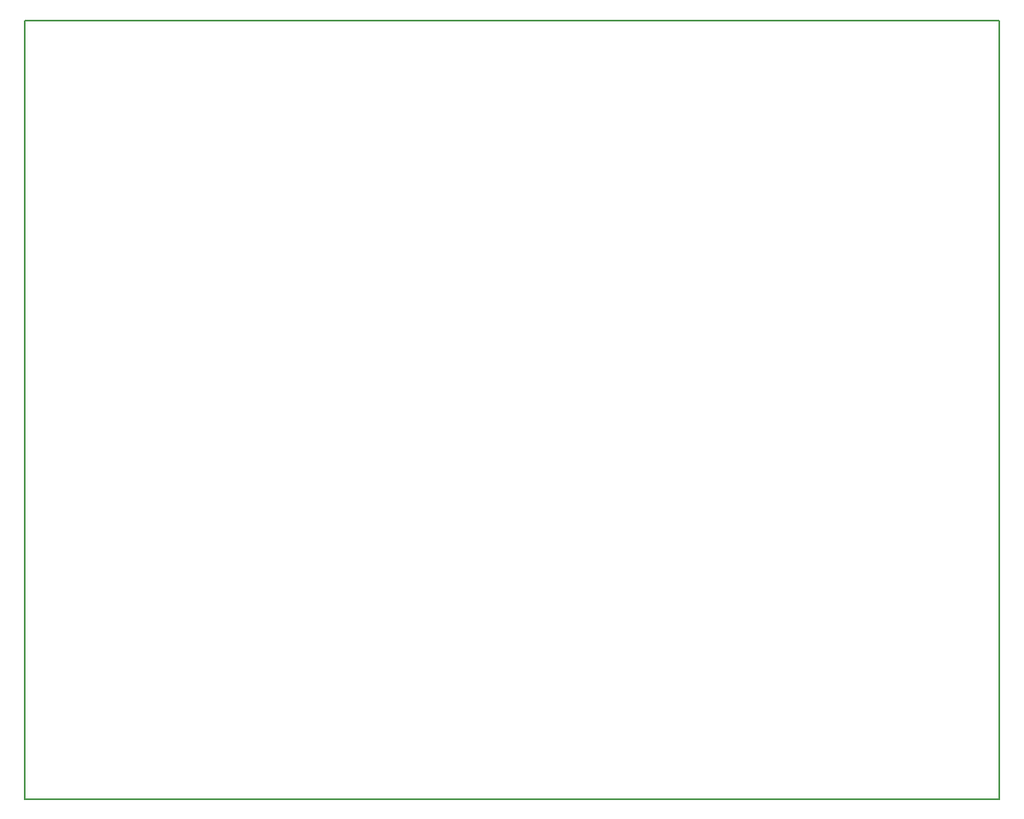
<source format=gbr>
G04 DipTrace 2.3.1.0*
%INuCANHub_BoardOutline.gbr*%
%MOIN*%
%ADD11C,0.0055*%
%FSLAX44Y44*%
G04*
G70*
G90*
G75*
G01*
%LNBoardOutline*%
%LPD*%
X3937Y3937D2*
D11*
X43307D1*
Y35433D1*
X3937D1*
Y3937D1*
M02*

</source>
